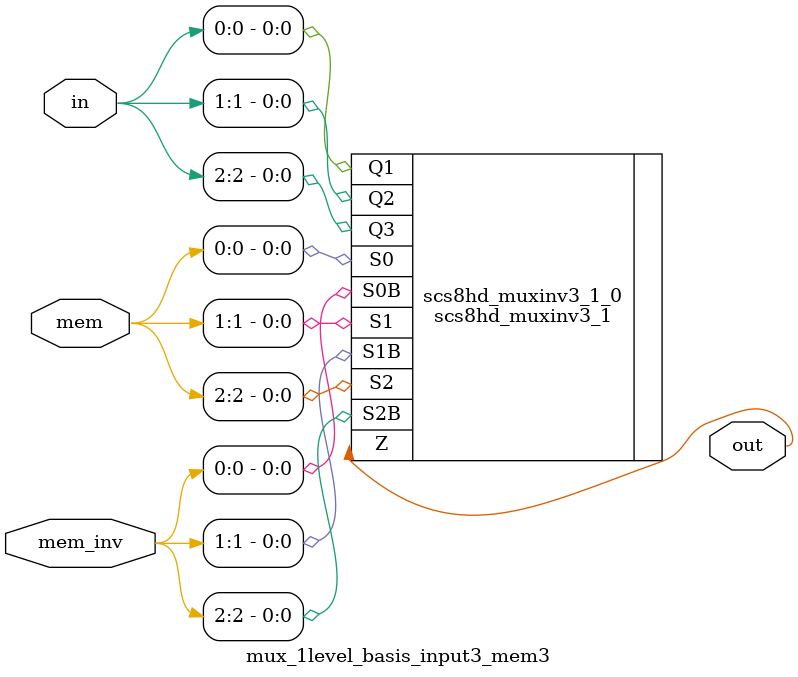
<source format=v>
`timescale 1ns / 1ps

module mux_2level_basis_input4_mem4(in,
                                    mem,
                                    mem_inv,
                                    out);
//
input [0:3] in;
//
input [0:3] mem;
//
input [0:3] mem_inv;
//
output [0:0] out;

//
//


//
//



//
//
//
//

wire [0:0] out_inv;
	scs8hd_muxinv2_1 scs8hd_muxinv2_1_0(
	                                    .Q1(in[0]),
	                                    .Q2(in[1]),
	                                    .S0(mem[0]),
	                                    .S0B(mem_inv[0]),
	                                    .S1(mem[1]),
	                                    .S1B(mem_inv[1]),
	                                    .Z(out_inv[0])
	                                    );
	sky130_fd_sc_hd__inv_1 scs8hd_muxinv2_1_inv_follower0(
	                                    .A(out_inv[0]),
	                                    .Y(out[0])
	                                    );
	scs8hd_muxinv2_1 scs8hd_muxinv2_1_1(
	                                    .Q1(in[2]),
	                                    .Q2(in[3]),
	                                    .S0(mem[2]),
	                                    .S0B(mem_inv[2]),
	                                    .S1(mem[3]),
	                                    .S1B(mem_inv[3]),
	                                    .Z(out_inv[0])
	                                    );
	sky130_fd_sc_hd__inv_1 scs8hd_muxinv2_1_inv_follower1(
	                                    .A(out_inv[0]),
	                                    .Y(out[0])
	                                    );
endmodule
//



//
module mux_2level_basis_input2_mem2(in,
                                    mem,
                                    mem_inv,
                                    out);
//
input [0:1] in;
//
input [0:1] mem;
//
input [0:1] mem_inv;
//
output [0:0] out;

//
//


//
//



//
//
//
//

wire [0:0] out_inv;
	scs8hd_muxinv2_1 scs8hd_muxinv2_1_0(
	                                    .Q1(in[0]),
	                                    .Q2(in[1]),
	                                    .S0(mem[0]),
	                                    .S0B(mem_inv[0]),
	                                    .S1(mem[1]),
	                                    .S1B(mem_inv[1]),
	                                    .Z(out_inv[0])
	                                    );
	sky130_fd_sc_hd__inv_1 scs8hd_muxinv2_1_inv_follower0(
	                                    .A(out_inv[0]),
	                                    .Y(out[0])
	                                    );
endmodule
//



//
module mux_2level_tapbuf_basis_input3_mem3(in,
                                           mem,
                                           mem_inv,
                                           out);
//
input [0:2] in;
//
input [0:2] mem;
//
input [0:2] mem_inv;
//
output [0:0] out;

//
//


//
//



//
//
//
//

wire [0:0] out_inv;
	scs8hd_muxinv3_1 scs8hd_muxinv3_1_0(
	                                    .Q1(in[0]),
	                                    .Q2(in[1]),
	                                    .Q3(in[2]),
	                                    .S0(mem[0]),
	                                    .S0B(mem_inv[0]),
	                                    .S1(mem[1]),
	                                    .S1B(mem_inv[1]),
	                                    .S2(mem[2]),
	                                    .S2B(mem_inv[2]),
	                                    .Z(out_inv[0])
	                                    );
	sky130_fd_sc_hd__inv_1 scs8hd_muxinv3_1_inv_follower0(
	                                    .A(out_inv[0]),
	                                    .Y(out[0])
	                                    );
endmodule
//



//
module mux_2level_tapbuf_basis_input2_mem2(in,
                                           mem,
                                           mem_inv,
                                           out);
//
input [0:1] in;
//
input [0:1] mem;
//
input [0:1] mem_inv;
//
output [0:0] out;

//
//


//
//



//
//
//
//

wire [0:0] out_inv;
	scs8hd_muxinv2_1 scs8hd_muxinv2_1_0(
	                                    .Q1(in[0]),
	                                    .Q2(in[1]),
	                                    .S0(mem[0]),
	                                    .S0B(mem_inv[0]),
	                                    .S1(mem[1]),
	                                    .S1B(mem_inv[1]),
	                                    .Z(out_inv[0])
	                                    );
	sky130_fd_sc_hd__inv_1 scs8hd_muxinv2_1_inv_follower0(
	                                    .A(out_inv[0]),
	                                    .Y(out[0])
	                                    );
endmodule
//



//
module mux_2level_tapbuf_basis_input4_mem4(in,
                                           mem,
                                           mem_inv,
                                           out);
//
input [0:3] in;
//
input [0:3] mem;
//
input [0:3] mem_inv;
//
output [0:0] out;

//
//


//
//



//
//
//
//

wire [0:0] out_inv;
	scs8hd_muxinv2_1 scs8hd_muxinv2_1_0(
	                                    .Q1(in[0]),
	                                    .Q2(in[1]),
	                                    .S0(mem[0]),
	                                    .S0B(mem_inv[0]),
	                                    .S1(mem[1]),
	                                    .S1B(mem_inv[1]),
	                                    .Z(out_inv[0])
	                                    );
	sky130_fd_sc_hd__inv_1 scs8hd_muxinv2_1_inv_follower0(
	                                    .A(out_inv[0]),
	                                    .Y(out[0])
	                                    );
	scs8hd_muxinv2_1 scs8hd_muxinv2_1_1(
	                                    .Q1(in[2]),
	                                    .Q2(in[3]),
	                                    .S0(mem[2]),
	                                    .S0B(mem_inv[2]),
	                                    .S1(mem[3]),
	                                    .S1B(mem_inv[3]),
	                                    .Z(out_inv[0])
	                                    );
	sky130_fd_sc_hd__inv_1 scs8hd_muxinv2_1_inv_follower1(
	                                    .A(out_inv[0]),
	                                    .Y(out[0])
	                                    );
endmodule
//



//
module mux_2level_tapbuf_basis_input2_mem1(in,
                                           mem,
                                           mem_inv,
                                           out);
//
input [0:1] in;
//
input [0:0] mem;
//
input [0:0] mem_inv;
//
output [0:0] out;

//
//


//
//



//
//
//
//

wire [0:0] out_inv;
	sky130_fd_sc_hd__mux2_1 sky130_fd_sc_hd__mux2_1_0(
	    .A1(in[0]),
	    .A0(in[1]),
	    .S(mem[0]),
	    .X(out[0])
	    );
endmodule
//



//
module mux_1level_tapbuf_basis_input3_mem3(in,
                                           mem,
                                           mem_inv,
                                           out);
//
input [0:2] in;
//
input [0:2] mem;
//
input [0:2] mem_inv;
//
output [0:0] out;

//
//


//
//



//
//
//
//

	scs8hd_muxinv3_1 scs8hd_muxinv3_1_0(
	                                    .Q1(in[0]),
	                                    .Q2(in[1]),
	                                    .Q3(in[2]),
	                                    .S0(mem[0]),
	                                    .S0B(mem_inv[0]),
	                                    .S1(mem[1]),
	                                    .S1B(mem_inv[1]),
	                                    .S2(mem[2]),
	                                    .S2B(mem_inv[2]),
	                                    .Z(out[0])
	                                    );
endmodule
//



//
module mux_1level_basis_input3_mem3(in,
                                    mem,
                                    mem_inv,
                                    out);
//
input [0:2] in;
//
input [0:2] mem;
//
input [0:2] mem_inv;
//
output [0:0] out;

//
//


//
//



//
//
//
//

	scs8hd_muxinv3_1 scs8hd_muxinv3_1_0(
	                                    .Q1(in[0]),
	                                    .Q2(in[1]),
	                                    .Q3(in[2]),
	                                    .S0(mem[0]),
	                                    .S0B(mem_inv[0]),
	                                    .S1(mem[1]),
	                                    .S1B(mem_inv[1]),
	                                    .S2(mem[2]),
	                                    .S2B(mem_inv[2]),
	                                    .Z(out[0])
	                                    );
endmodule
//




</source>
